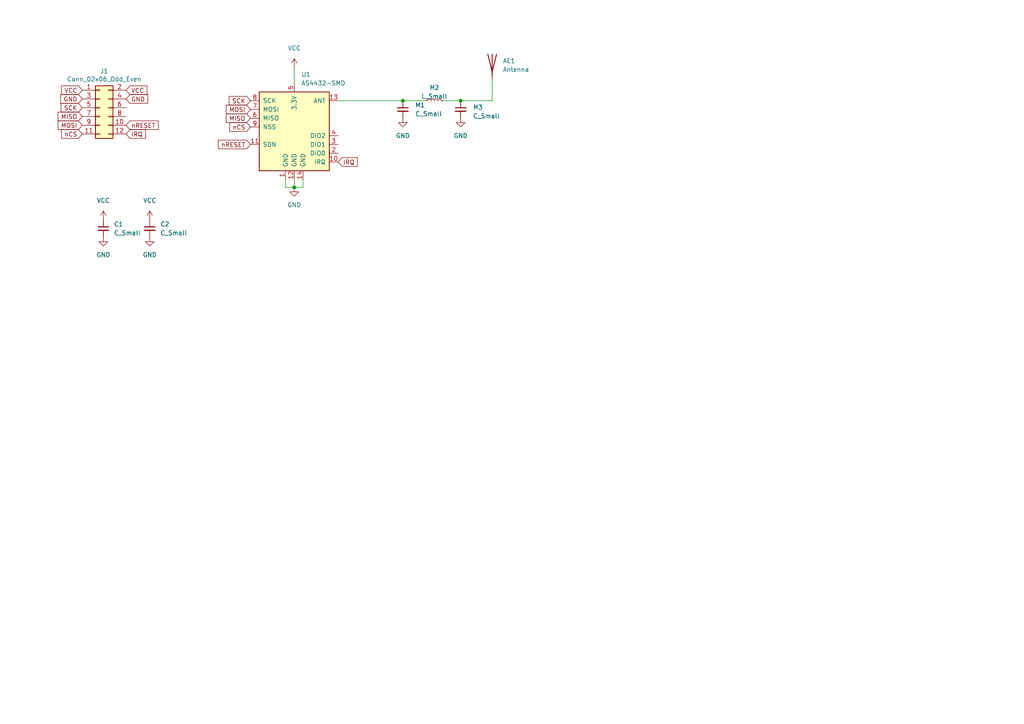
<source format=kicad_sch>
(kicad_sch (version 20230121) (generator eeschema)
  (paper "A4")
  (lib_symbols
    (symbol "AvS_Modules:AS4432-SMD" (pin_names (offset 1.016))
      (property "Reference" "U" (at -10.414 11.684 0))
      (property "Value" "AS4432-SMD" (at 1.524 11.43 0))
      (symbol "AS4432-SMD_0_1"
        (rectangle (start -10.16 10.16) (end 10.16 -12.7) (stroke (width 0.254)) (fill (type background)))
      )
      (symbol "AS4432-SMD_1_1"
        (pin power_in line (at -2.54 -15.24 90) (length 2.54) (name "GND") (number "1"))
        (pin input line (at 12.7 -10.16 180) (length 2.54) (name "IRQ") (number "10"))
        (pin bidirectional line (at -12.7 -5.08 0) (length 2.54) (name "SDN") (number "11"))
        (pin power_in line (at 0 -15.24 90) (length 2.54) (name "GND") (number "12"))
        (pin bidirectional line (at 12.7 7.62 180) (length 2.54) (name "ANT") (number "13"))
        (pin power_in line (at 2.54 -15.24 90) (length 2.54) (name "GND") (number "14"))
        (pin bidirectional line (at 12.7 -7.62 180) (length 2.54) (name "DIO0") (number "2"))
        (pin bidirectional line (at 12.7 -5.08 180) (length 2.54) (name "DIO1") (number "3"))
        (pin bidirectional line (at 12.7 -2.54 180) (length 2.54) (name "DIO2") (number "4"))
        (pin power_in line (at 0 12.7 270) (length 2.54) (name "3.3V") (number "5"))
        (pin output line (at -12.7 2.54 0) (length 2.54) (name "MISO") (number "6"))
        (pin input line (at -12.7 5.08 0) (length 2.54) (name "MOSI") (number "7"))
        (pin input line (at -12.7 7.62 0) (length 2.54) (name "SCK") (number "8"))
        (pin input line (at -12.7 0 0) (length 2.54) (name "NSS") (number "9"))
      )
    )
    (symbol "Connector_Generic:Conn_02x06_Odd_Even" (pin_names (offset 1.016) hide)
      (property "Reference" "J" (at 1.27 7.62 0))
      (property "Value" "Conn_02x06_Odd_Even" (at 1.27 -10.16 0))
      (symbol "Conn_02x06_Odd_Even_1_1"
        (rectangle (start -1.27 -7.493) (end 0 -7.747) (stroke (width 0.1524)))
        (rectangle (start -1.27 -4.953) (end 0 -5.207) (stroke (width 0.1524)))
        (rectangle (start -1.27 -2.413) (end 0 -2.667) (stroke (width 0.1524)))
        (rectangle (start -1.27 0.127) (end 0 -0.127) (stroke (width 0.1524)))
        (rectangle (start -1.27 2.667) (end 0 2.413) (stroke (width 0.1524)))
        (rectangle (start -1.27 5.207) (end 0 4.953) (stroke (width 0.1524)))
        (rectangle (start -1.27 6.35) (end 3.81 -8.89) (stroke (width 0.254)) (fill (type background)))
        (rectangle (start 3.81 -7.493) (end 2.54 -7.747) (stroke (width 0.1524)))
        (rectangle (start 3.81 -4.953) (end 2.54 -5.207) (stroke (width 0.1524)))
        (rectangle (start 3.81 -2.413) (end 2.54 -2.667) (stroke (width 0.1524)))
        (rectangle (start 3.81 0.127) (end 2.54 -0.127) (stroke (width 0.1524)))
        (rectangle (start 3.81 2.667) (end 2.54 2.413) (stroke (width 0.1524)))
        (rectangle (start 3.81 5.207) (end 2.54 4.953) (stroke (width 0.1524)))
        (pin passive line (at -5.08 5.08 0) (length 3.81) (name "Pin_1") (number "1"))
        (pin passive line (at 7.62 -5.08 180) (length 3.81) (name "Pin_10") (number "10"))
        (pin passive line (at -5.08 -7.62 0) (length 3.81) (name "Pin_11") (number "11"))
        (pin passive line (at 7.62 -7.62 180) (length 3.81) (name "Pin_12") (number "12"))
        (pin passive line (at 7.62 5.08 180) (length 3.81) (name "Pin_2") (number "2"))
        (pin passive line (at -5.08 2.54 0) (length 3.81) (name "Pin_3") (number "3"))
        (pin passive line (at 7.62 2.54 180) (length 3.81) (name "Pin_4") (number "4"))
        (pin passive line (at -5.08 0 0) (length 3.81) (name "Pin_5") (number "5"))
        (pin passive line (at 7.62 0 180) (length 3.81) (name "Pin_6") (number "6"))
        (pin passive line (at -5.08 -2.54 0) (length 3.81) (name "Pin_7") (number "7"))
        (pin passive line (at 7.62 -2.54 180) (length 3.81) (name "Pin_8") (number "8"))
        (pin passive line (at -5.08 -5.08 0) (length 3.81) (name "Pin_9") (number "9"))
      )
    )
    (symbol "Device:Antenna" (pin_numbers hide) (pin_names (offset 1.016) hide)
      (property "Reference" "AE" (at -1.905 1.905 0))
      (property "Value" "Antenna" (at -1.905 0 0))
      (symbol "Antenna_0_1"
        (polyline (pts (xy 0 2.54) (xy 0 -3.81)) (stroke (width 0.254)))
        (polyline (pts (xy 1.27 2.54) (xy 0 -2.54) (xy -1.27 2.54)) (stroke (width 0.254)))
      )
      (symbol "Antenna_1_1"
        (pin input line (at 0 -5.08 90) (length 2.54) (name "A") (number "1"))
      )
    )
    (symbol "Device:C_Small" (pin_numbers hide) (pin_names (offset 0.254) hide)
      (property "Reference" "C" (at 0.254 1.778 0))
      (property "Value" "C_Small" (at 0.254 -2.032 0))
      (symbol "C_Small_0_1"
        (polyline (pts (xy -1.524 -0.508) (xy 1.524 -0.508)) (stroke (width 0.3302)))
        (polyline (pts (xy -1.524 0.508) (xy 1.524 0.508)) (stroke (width 0.3048)))
      )
      (symbol "C_Small_1_1"
        (pin passive line (at 0 2.54 270) (length 2.032) (name "~") (number "1"))
        (pin passive line (at 0 -2.54 90) (length 2.032) (name "~") (number "2"))
      )
    )
    (symbol "Device:L_Small" (pin_numbers hide) (pin_names (offset 0.254) hide)
      (property "Reference" "L" (at 0.762 1.016 0))
      (property "Value" "L_Small" (at 0.762 -1.016 0))
      (symbol "L_Small_0_1"
        (arc (start 0 -2.032) (mid 0.5058 -1.524) (end 0 -1.016))
        (arc (start 0 -1.016) (mid 0.5058 -0.508) (end 0 0))
        (arc (start 0 0) (mid 0.5058 0.508) (end 0 1.016))
        (arc (start 0 1.016) (mid 0.5058 1.524) (end 0 2.032))
      )
      (symbol "L_Small_1_1"
        (pin passive line (at 0 2.54 270) (length 0.508) (name "~") (number "1"))
        (pin passive line (at 0 -2.54 90) (length 0.508) (name "~") (number "2"))
      )
    )
    (symbol "power:GND" (power) (pin_names (offset 0))
      (property "Value" "GND" (at 0 -3.81 0))
      (symbol "GND_0_1"
        (polyline (pts (xy 0 0) (xy 0 -1.27) (xy 1.27 -1.27) (xy 0 -2.54) (xy -1.27 -1.27) (xy 0 -1.27)))
      )
      (symbol "GND_1_1"
        (pin power_in line (at 0 0 270) (length 0) hide (name "GND") (number "1"))
      )
    )
    (symbol "power:VCC" (power) (pin_names (offset 0))
      (property "Value" "VCC" (at 0 3.81 0))
      (symbol "VCC_0_1"
        (polyline (pts (xy -0.762 1.27) (xy 0 2.54)))
        (polyline (pts (xy 0 0) (xy 0 2.54)))
        (polyline (pts (xy 0 2.54) (xy 0.762 1.27)))
      )
      (symbol "VCC_1_1"
        (pin power_in line (at 0 0 90) (length 0) hide (name "VCC") (number "1"))
      )
    )
  )
  (junction (at 116.84 29.21))
  (junction (at 85.344 54.356))
  (junction (at 133.604 29.21))
  (wire (pts (xy 123.444 29.21) (xy 116.84 29.21)))
  (wire (pts (xy 87.884 52.07) (xy 87.884 54.356)))
  (wire (pts (xy 128.524 29.21) (xy 133.604 29.21)))
  (wire (pts (xy 133.604 29.21) (xy 142.748 29.21)))
  (wire (pts (xy 85.344 54.356) (xy 87.884 54.356)))
  (wire (pts (xy 98.044 29.21) (xy 116.84 29.21)))
  (wire (pts (xy 85.344 19.558) (xy 85.344 24.13)))
  (wire (pts (xy 85.344 54.356) (xy 82.804 54.356)))
  (wire (pts (xy 85.344 54.356) (xy 85.344 52.07)))
  (wire (pts (xy 142.748 29.21) (xy 142.748 23.368)))
  (wire (pts (xy 82.804 52.07) (xy 82.804 54.356)))
  (global_label "nRESET" (shape input) (at 72.644 41.91 180) (property "Intersheetrefs" "${INTERSHEET_REFS}" (effects hide)) (property "Intersheet-verwijzingen" "${INTERSHEET_REFS}" (effects hide)))
  (global_label "MISO" (shape input) (at 23.876 33.782 180) (property "Intersheetrefs" "${INTERSHEET_REFS}" (effects hide)) (property "Intersheet-verwijzingen" "${INTERSHEET_REFS}" (effects hide)))
  (global_label "GND" (shape input) (at 36.576 28.702 0) (property "Intersheetrefs" "${INTERSHEET_REFS}" (effects hide)) (property "Intersheet-verwijzingen" "${INTERSHEET_REFS}" (effects hide)))
  (global_label "VCC" (shape input) (at 23.876 26.162 180) (property "Intersheetrefs" "${INTERSHEET_REFS}" (effects hide)) (property "Intersheet-verwijzingen" "${INTERSHEET_REFS}" (effects hide)))
  (global_label "nCS" (shape input) (at 72.644 36.83 180) (property "Intersheetrefs" "${INTERSHEET_REFS}" (effects hide)) (property "Intersheet-verwijzingen" "${INTERSHEET_REFS}" (effects hide)))
  (global_label "GND" (shape input) (at 23.876 28.702 180) (property "Intersheetrefs" "${INTERSHEET_REFS}" (effects hide)) (property "Intersheet-verwijzingen" "${INTERSHEET_REFS}" (effects hide)))
  (global_label "SCK" (shape input) (at 23.876 31.242 180) (property "Intersheetrefs" "${INTERSHEET_REFS}" (effects hide)) (property "Intersheet-verwijzingen" "${INTERSHEET_REFS}" (effects hide)))
  (global_label "nCS" (shape input) (at 23.876 38.862 180) (property "Intersheetrefs" "${INTERSHEET_REFS}" (effects hide)) (property "Intersheet-verwijzingen" "${INTERSHEET_REFS}" (effects hide)))
  (global_label "VCC" (shape input) (at 36.576 26.162 0) (property "Intersheetrefs" "${INTERSHEET_REFS}" (effects hide)) (property "Intersheet-verwijzingen" "${INTERSHEET_REFS}" (effects hide)))
  (global_label "IRQ" (shape input) (at 98.044 46.99 0) (property "Intersheetrefs" "${INTERSHEET_REFS}" (effects hide)) (property "Intersheet-verwijzingen" "${INTERSHEET_REFS}" (effects hide)))
  (global_label "IRQ" (shape input) (at 36.576 38.862 0) (property "Intersheetrefs" "${INTERSHEET_REFS}" (effects hide)) (property "Intersheet-verwijzingen" "${INTERSHEET_REFS}" (effects hide)))
  (global_label "MISO" (shape input) (at 72.644 34.29 180) (property "Intersheetrefs" "${INTERSHEET_REFS}" (effects hide)) (property "Intersheet-verwijzingen" "${INTERSHEET_REFS}" (effects hide)))
  (global_label "MOSI" (shape input) (at 72.644 31.75 180) (property "Intersheetrefs" "${INTERSHEET_REFS}" (effects hide)) (property "Intersheet-verwijzingen" "${INTERSHEET_REFS}" (effects hide)))
  (global_label "nRESET" (shape input) (at 36.576 36.322 0) (property "Intersheetrefs" "${INTERSHEET_REFS}" (effects hide)) (property "Intersheet-verwijzingen" "${INTERSHEET_REFS}" (effects hide)))
  (global_label "SCK" (shape input) (at 72.644 29.21 180) (property "Intersheetrefs" "${INTERSHEET_REFS}" (effects hide)) (property "Intersheet-verwijzingen" "${INTERSHEET_REFS}" (effects hide)))
  (global_label "MOSI" (shape input) (at 23.876 36.322 180) (property "Intersheetrefs" "${INTERSHEET_REFS}" (effects hide)) (property "Intersheet-verwijzingen" "${INTERSHEET_REFS}" (effects hide)))
  (symbol (lib_id "Connector_Generic:Conn_02x06_Odd_Even") (at 28.956 31.242 0) (unit 1)
    (property "Reference" "J1" (at 30.226 20.6502 0))
    (property "Value" "Conn_02x06_Odd_Even" (at 30.226 22.9616 0))
    (property "Footprint" "Connector_PinHeader_2.54mm:PinHeader_2x06_P2.54mm_Horizontal" (effects hide))
  )
  (symbol (lib_id "Device:Antenna") (at 142.748 18.288 0) (unit 1)
    (property "Reference" "AE1" (at 145.796 17.6529 0) (effects (justify left)))
    (property "Value" "Antenna" (at 145.796 20.1929 0) (effects (justify left)))
    (property "Footprint" "AvS_Antenna:Texas_SWRA416_868MHz_915MHz_Right" (effects hide))
  )
  (symbol (lib_id "power:GND") (at 43.434 68.834 0) (unit 1)
    (property "Reference" "#PWR04" (effects hide))
    (property "Value" "GND" (at 43.434 73.914 0))
  )
  (symbol (lib_id "power:GND") (at 29.972 68.834 0) (unit 1)
    (property "Reference" "#PWR02" (effects hide))
    (property "Value" "GND" (at 29.972 73.914 0))
  )
  (symbol (lib_id "Device:C_Small") (at 133.604 31.75 0) (unit 1)
    (property "Reference" "M3" (at 137.16 31.1213 0) (effects (justify left)))
    (property "Value" "C_Small" (at 137.16 33.6613 0) (effects (justify left)))
    (property "Footprint" "Capacitor_SMD:C_0603_1608Metric_Pad1.08x0.95mm_HandSolder" (effects hide))
  )
  (symbol (lib_id "Device:L_Small") (at 125.984 29.21 90) (unit 1)
    (property "Reference" "M2" (at 125.984 25.4 90))
    (property "Value" "L_Small" (at 125.984 27.94 90))
    (property "Footprint" "Inductor_SMD:L_0603_1608Metric_Pad1.05x0.95mm_HandSolder" (effects hide))
  )
  (symbol (lib_id "power:GND") (at 85.344 54.356 0) (unit 1)
    (property "Reference" "#PWR06" (effects hide))
    (property "Value" "GND" (at 85.344 59.436 0))
  )
  (symbol (lib_id "power:GND") (at 116.84 34.29 0) (unit 1)
    (property "Reference" "#PWR08" (effects hide))
    (property "Value" "GND" (at 116.84 39.37 0))
  )
  (symbol (lib_id "Device:C_Small") (at 29.972 66.294 0) (unit 1)
    (property "Reference" "C1" (at 33.02 65.0302 0) (effects (justify left)))
    (property "Value" "C_Small" (at 33.02 67.5702 0) (effects (justify left)))
    (property "Footprint" "Capacitor_SMD:C_0805_2012Metric_Pad1.18x1.45mm_HandSolder" (effects hide))
  )
  (symbol (lib_id "power:VCC") (at 85.344 19.558 0) (unit 1)
    (property "Reference" "#PWR05" (effects hide))
    (property "Value" "VCC" (at 85.344 13.97 0))
  )
  (symbol (lib_id "power:GND") (at 133.604 34.29 0) (unit 1)
    (property "Reference" "#PWR09" (effects hide))
    (property "Value" "GND" (at 133.604 39.37 0))
  )
  (symbol (lib_id "AvS_Modules:AS4432-SMD") (at 85.344 36.83 0) (unit 1)
    (property "Reference" "U1" (at 87.3634 21.59 0) (effects (justify left)))
    (property "Value" "AS4432-SMD" (at 87.3634 24.13 0) (effects (justify left)))
    (property "Footprint" "AvS_Modules:AS4432-SMD" (effects hide))
    (property "Datasheet" "https://datasheet.lcsc.com/lcsc/1807310932_Chengdu-Ashining-Tech-AS4432-SMD_C89187.pdf" (effects hide))
  )
  (symbol (lib_id "Device:C_Small") (at 116.84 31.75 0) (unit 1)
    (property "Reference" "M1" (at 120.396 30.4862 0) (effects (justify left)))
    (property "Value" "C_Small" (at 120.396 33.0262 0) (effects (justify left)))
    (property "Footprint" "Capacitor_SMD:C_0603_1608Metric_Pad1.08x0.95mm_HandSolder" (effects hide))
  )
  (symbol (lib_id "power:VCC") (at 43.434 63.754 0) (unit 1)
    (property "Reference" "#PWR03" (effects hide))
    (property "Value" "VCC" (at 43.434 58.166 0))
  )
  (symbol (lib_id "power:VCC") (at 29.972 63.754 0) (unit 1)
    (property "Reference" "#PWR01" (effects hide))
    (property "Value" "VCC" (at 29.972 58.166 0))
  )
  (symbol (lib_id "Device:C_Small") (at 43.434 66.294 0) (unit 1)
    (property "Reference" "C2" (at 46.482 65.0302 0) (effects (justify left)))
    (property "Value" "C_Small" (at 46.482 67.5702 0) (effects (justify left)))
    (property "Footprint" "Capacitor_SMD:C_0805_2012Metric_Pad1.18x1.45mm_HandSolder" (effects hide))
  )
)
</source>
